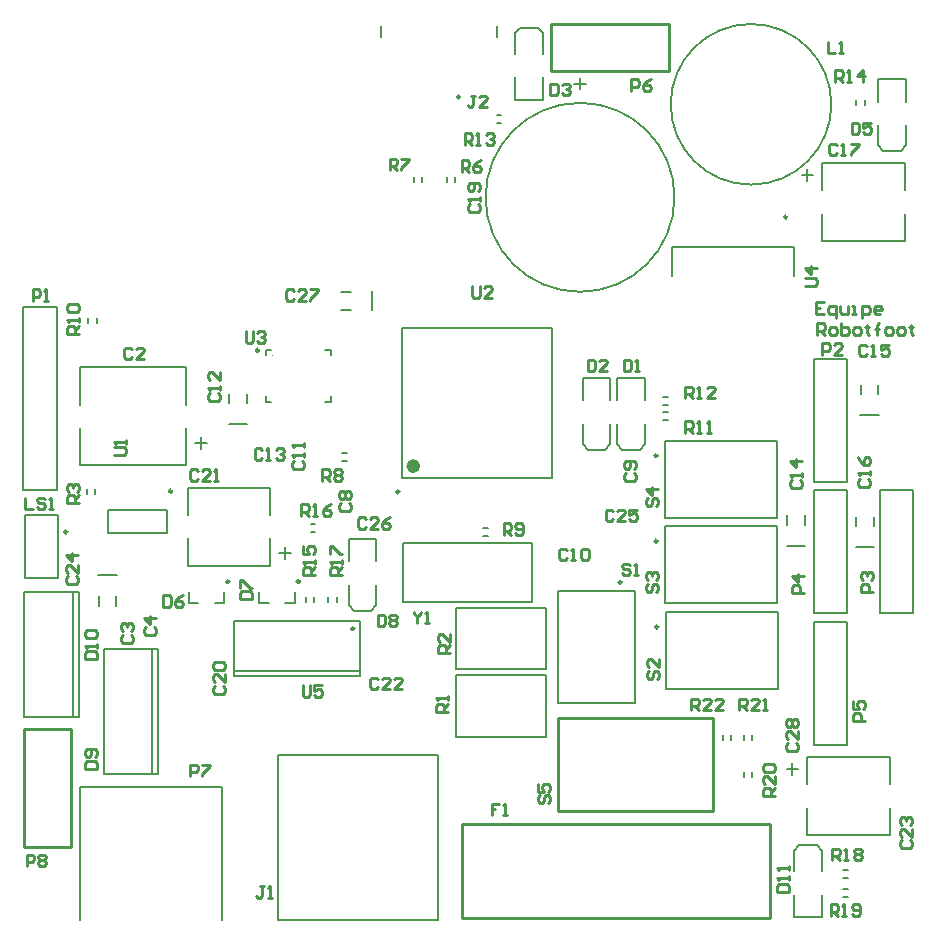
<source format=gto>
%FSLAX25Y25*%
%MOIN*%
G70*
G01*
G75*
G04 Layer_Color=65535*
%ADD10R,0.06693X0.04331*%
%ADD11R,0.04331X0.06693*%
%ADD12R,0.02362X0.04528*%
%ADD13R,0.23622X0.23622*%
%ADD14O,0.00984X0.06102*%
%ADD15O,0.06102X0.00984*%
%ADD16R,0.07087X0.07480*%
%ADD17R,0.00945X0.05315*%
%ADD18R,0.08268X0.06299*%
%ADD19R,0.05512X0.04331*%
%ADD20R,0.04331X0.05512*%
%ADD21R,0.03937X0.11417*%
%ADD22R,0.40945X0.31496*%
%ADD23R,0.03543X0.02756*%
%ADD24R,0.02756X0.03543*%
%ADD25R,0.05906X0.05906*%
%ADD26R,0.14370X0.05709*%
%ADD27R,0.13189X0.05315*%
%ADD28O,0.02756X0.09055*%
%ADD29R,0.00984X0.04429*%
%ADD30R,0.04429X0.00984*%
%ADD31C,0.00800*%
%ADD32C,0.03000*%
%ADD33C,0.05000*%
%ADD34C,0.13000*%
%ADD35C,0.01000*%
%ADD36C,0.10000*%
%ADD37C,0.06000*%
%ADD38C,0.02500*%
%ADD39C,0.02000*%
%ADD40C,0.00700*%
%ADD41C,0.04000*%
%ADD42R,0.03000X0.35500*%
%ADD43R,0.48500X0.03000*%
%ADD44C,0.05906*%
%ADD45C,0.12600*%
%ADD46C,0.05118*%
%ADD47R,0.06299X0.06299*%
%ADD48C,0.06299*%
%ADD49C,0.10600*%
%ADD50R,0.10600X0.10600*%
%ADD51R,0.08600X0.08600*%
%ADD52C,0.08600*%
%ADD53C,0.07200*%
%ADD54R,0.10600X0.10600*%
%ADD55R,0.03976X0.03976*%
%ADD56C,0.03976*%
%ADD57C,0.05500*%
%ADD58R,0.05500X0.05500*%
%ADD59R,0.05500X0.05500*%
%ADD60C,0.05118*%
%ADD61R,0.05118X0.05118*%
%ADD62C,0.06693*%
%ADD63R,0.06693X0.06693*%
%ADD64C,0.05000*%
%ADD65C,0.12992*%
%ADD66R,0.03000X0.05000*%
%ADD67R,0.10512X0.10000*%
%ADD68C,0.00984*%
%ADD69C,0.02362*%
%ADD70C,0.00787*%
%ADD71C,0.00394*%
%ADD72C,0.00591*%
D35*
X3000Y18500D02*
Y22436D01*
X4968D01*
X5624Y21780D01*
Y20468D01*
X4968Y19812D01*
X3000D01*
X6936D02*
X7592Y20468D01*
X6936Y21124D01*
Y21780D01*
X7592Y22436D01*
X8904D01*
X9560Y21780D01*
Y21124D01*
X8904Y20468D01*
X9560Y19812D01*
Y19156D01*
X8904Y18500D01*
X7592D01*
X6936Y19156D01*
Y19812D01*
X7592Y20468D02*
X8904D01*
X2126Y24815D02*
X17874D01*
Y64185D01*
X2126D01*
Y24815D01*
X26500Y51000D02*
Y52968D01*
X25844Y53624D01*
X23220D01*
X22564Y52968D01*
Y51000D01*
X26500D01*
X25844Y54936D02*
X26500Y55592D01*
Y56904D01*
X25844Y57560D01*
X23220D01*
X22564Y56904D01*
Y55592D01*
X23220Y54936D01*
X23876D01*
X24532Y55592D01*
Y57560D01*
X57500Y52436D02*
X59468D01*
X60124Y51780D01*
Y50468D01*
X59468Y49812D01*
X57500D01*
Y48500D02*
Y52436D01*
X61436D02*
X64060D01*
Y51780D01*
X61436Y49156D01*
Y48500D01*
X95000Y75656D02*
X95656Y75000D01*
X96968D01*
X97624Y75656D01*
Y78936D01*
X98936D02*
Y76968D01*
X100248Y77624D01*
X100904D01*
X101560Y76968D01*
Y75656D01*
X100904Y75000D01*
X99592D01*
X98936Y75656D01*
Y78936D02*
X101560D01*
X117500Y78156D02*
X118156Y77500D01*
X119468D01*
X120124Y78156D01*
X121436Y77500D02*
X124060Y80124D01*
Y80780D01*
X123404Y81436D01*
X122092D01*
X121436Y80780D01*
X120124D02*
X119468Y81436D01*
X118156D01*
X117500Y80780D01*
Y78156D01*
X121436Y77500D02*
X124060D01*
X125372D02*
X127995Y80124D01*
Y80780D01*
X127339Y81436D01*
X126027D01*
X125372Y80780D01*
Y77500D02*
X127995D01*
X139564Y74592D02*
X140220Y73936D01*
Y72624D02*
X141532D01*
X142188Y71968D01*
Y70000D01*
X143500D02*
X139564D01*
Y71968D01*
X140220Y72624D01*
X139564Y74592D02*
X143500D01*
Y75248D01*
Y73936D01*
Y72624D02*
X142188Y71312D01*
X142688Y89500D02*
Y91468D01*
X142032Y92124D01*
X140720D01*
X140064Y91468D01*
Y89500D01*
X144000D01*
X142688Y90812D02*
X144000Y92124D01*
Y93436D02*
X141376Y96060D01*
X140720D01*
X140064Y95404D01*
Y94092D01*
X140720Y93436D01*
X144000D02*
Y96060D01*
X137248Y99500D02*
X136592D01*
Y103436D01*
X135936Y102780D01*
X134624D02*
Y103436D01*
Y102780D02*
X133312Y101468D01*
Y99500D01*
Y101468D02*
X132000Y102780D01*
Y103436D01*
X125904Y102436D02*
X126560Y101780D01*
Y101124D01*
X125904Y100468D01*
X126560Y99812D01*
Y99156D01*
X125904Y98500D01*
X124592D01*
X123936Y99156D01*
Y99812D01*
X124592Y100468D01*
X123936Y101124D01*
Y101780D01*
X124592Y102436D01*
X125904D01*
Y100468D02*
X124592D01*
X122624Y99156D02*
Y101780D01*
X121968Y102436D01*
X120000D01*
Y98500D01*
X121968D01*
X122624Y99156D01*
X135936Y99500D02*
X137248D01*
X162000Y129000D02*
Y132936D01*
X163968D01*
X164624Y132280D01*
Y130968D01*
X163968Y130312D01*
X162000D01*
X163312D02*
X164624Y129000D01*
X166592D02*
X167904D01*
X168560Y129656D01*
Y132280D01*
X167904Y132936D01*
X166592D01*
X165936Y132280D01*
Y131624D01*
X166592Y130968D01*
X168560D01*
X165936Y129656D02*
X166592Y129000D01*
X181156Y124436D02*
X180500Y123780D01*
Y121156D01*
X181156Y120500D01*
X182468D01*
X183124Y121156D01*
Y123780D02*
X182468Y124436D01*
X181156D01*
X185092D02*
X184436Y123780D01*
X185092Y124436D02*
Y120500D01*
X185748D01*
X184436D01*
X188372D02*
X187715Y121156D01*
Y123780D01*
X188372Y124436D01*
X189683D01*
X190339Y123780D01*
Y121156D01*
X189683Y120500D01*
X188372D01*
X201500Y116156D02*
X202156Y115500D01*
X203468D01*
X204124Y116156D01*
Y116812D01*
X203468Y117468D01*
X202156D01*
X201500Y118124D01*
Y118780D01*
X202156Y119436D01*
X203468D01*
X204124Y118780D01*
X205436D02*
X206092Y119436D01*
Y115500D01*
X206748D01*
X205436D01*
X209564Y115904D02*
X210220Y116560D01*
X210876D01*
X211532Y115904D01*
Y115248D01*
Y115904D01*
X212188Y116560D01*
X212844D01*
X213500Y115904D01*
Y114592D01*
X212844Y113936D01*
Y112624D02*
X213500Y111968D01*
Y110656D01*
X212844Y110000D01*
X210876D02*
X211532Y110656D01*
Y111968D01*
X212188Y112624D01*
X212844D01*
X210220D02*
X209564Y111968D01*
Y110656D01*
X210220Y110000D01*
X210876D01*
X210220Y113936D02*
X209564Y114592D01*
Y115904D01*
X209785Y86868D02*
Y85556D01*
X210441Y84900D01*
Y83588D02*
X209785Y82932D01*
Y81621D01*
X210441Y80965D01*
X211097D01*
X211753Y81621D01*
Y82932D01*
X212409Y83588D01*
X213065D01*
X213720Y82932D01*
Y81621D01*
X213065Y80965D01*
X213720Y84900D02*
X211097Y87524D01*
X210441D01*
X209785Y86868D01*
X213720Y87524D02*
Y84900D01*
X224500Y74436D02*
X226468D01*
X227124Y73780D01*
Y72468D01*
X226468Y71812D01*
X224500D01*
Y70500D02*
Y74436D01*
X225812Y71812D02*
X227124Y70500D01*
X228436D02*
X231060Y73124D01*
Y73780D01*
X230404Y74436D01*
X229092D01*
X228436Y73780D01*
Y70500D02*
X231060D01*
X232371D02*
X234995Y73124D01*
Y73780D01*
X234339Y74436D01*
X233027D01*
X232371Y73780D01*
Y70500D02*
X234995D01*
X240500D02*
Y74436D01*
X242468D01*
X243124Y73780D01*
Y72468D01*
X242468Y71812D01*
X240500D01*
X241812D02*
X243124Y70500D01*
X244436D02*
X247060Y73124D01*
Y73780D01*
X246404Y74436D01*
X245092D01*
X244436Y73780D01*
Y70500D02*
X247060D01*
X248372D02*
X249683D01*
X249027D01*
Y74436D01*
X248372Y73780D01*
X256064Y66839D02*
X256720Y67495D01*
X257376D01*
X258032Y66839D01*
X258688Y67495D01*
X259344D01*
X260000Y66839D01*
Y65527D01*
X259344Y64872D01*
X258688D01*
X258032Y65527D01*
X257376Y64872D01*
X256720D01*
X256064Y65527D01*
Y66839D01*
Y62904D02*
Y61592D01*
X256720Y60936D01*
Y59624D02*
X256064Y58968D01*
Y57656D01*
X256720Y57000D01*
X259344D01*
X260000Y57656D01*
Y58968D01*
X259344Y59624D01*
X260000Y60936D02*
X257376Y63560D01*
X256720D01*
X256064Y62904D01*
X252500Y51839D02*
Y50527D01*
X251844Y49872D01*
X249220D01*
X248564Y50527D01*
Y51839D01*
X249220Y52495D01*
X251844D01*
X252500Y51839D01*
Y48560D02*
Y45936D01*
X249876Y48560D01*
X249220D01*
X248564Y47904D01*
Y46592D01*
X249220Y45936D01*
Y44624D02*
X250532D01*
X251188Y43968D01*
Y42000D01*
X252500D02*
X248564D01*
Y43968D01*
X249220Y44624D01*
X252500D02*
X251188Y43312D01*
X250681Y32748D02*
X148319D01*
Y1252D01*
X250681D01*
Y32748D01*
X253064Y17872D02*
X253720Y17215D01*
X253064Y17872D02*
X257000D01*
Y18527D01*
Y17215D01*
Y15248D02*
Y14592D01*
X253064D01*
X253720Y13936D01*
Y12624D02*
X253064Y11968D01*
Y10000D01*
X257000D01*
Y11968D01*
X256344Y12624D01*
X253720D01*
X257000Y13936D02*
Y15248D01*
X271000Y5936D02*
X272968D01*
X273624Y5280D01*
Y3968D01*
X272968Y3312D01*
X271000D01*
Y2000D02*
Y5936D01*
X272312Y3312D02*
X273624Y2000D01*
X274936D02*
X276248D01*
X275592D01*
Y5936D01*
X274936Y5280D01*
X278216D02*
Y4624D01*
X278871Y3968D01*
X280839D01*
Y2656D02*
Y5280D01*
X280183Y5936D01*
X278871D01*
X278216Y5280D01*
Y2656D02*
X278871Y2000D01*
X280183D01*
X280839Y2656D01*
X294720Y24500D02*
X297344D01*
X298000Y25156D01*
Y26468D01*
X297344Y27124D01*
X298000Y28436D02*
X295376Y31060D01*
X294720D01*
X294064Y30404D01*
Y29092D01*
X294720Y28436D01*
Y27124D02*
X294064Y26468D01*
Y25156D01*
X294720Y24500D01*
X298000Y28436D02*
Y31060D01*
Y33027D02*
X297344Y32372D01*
X298000Y33027D02*
Y34339D01*
X297344Y34995D01*
X296688D01*
X296032Y34339D01*
Y33683D01*
Y34339D01*
X295376Y34995D01*
X294720D01*
X294064Y34339D01*
Y33027D01*
X294720Y32372D01*
X282500Y67000D02*
X278564D01*
Y68968D01*
X279220Y69624D01*
X280532D01*
X281188Y68968D01*
Y67000D01*
X282500Y71592D02*
X281844Y70936D01*
X280532D02*
X279876Y72248D01*
Y72904D01*
X280532Y73560D01*
X281844D01*
X282500Y72904D01*
Y71592D01*
X280532Y70936D02*
X278564D01*
Y73560D01*
X258032Y66839D02*
Y65527D01*
X260000Y63560D02*
Y60936D01*
X271500Y24436D02*
X273468D01*
X274124Y23780D01*
Y22468D01*
X273468Y21812D01*
X271500D01*
Y20500D02*
Y24436D01*
X272812Y21812D02*
X274124Y20500D01*
X275436D02*
X276748D01*
X276092D01*
Y24436D01*
X275436Y23780D01*
X278715D02*
X279372Y24436D01*
X280683D01*
X281339Y23780D01*
Y23124D01*
X280683Y22468D01*
X281339Y21812D01*
Y21156D01*
X280683Y20500D01*
X279372D01*
X278715Y21156D01*
Y21812D01*
X279372Y22468D01*
X278715Y23124D01*
Y23780D01*
X279372Y22468D02*
X280683D01*
X231984Y68051D02*
X180016D01*
Y36949D01*
X231984D01*
Y68051D01*
X258064Y109500D02*
Y111468D01*
X258720Y112124D01*
X260032D01*
X260688Y111468D01*
Y109500D01*
X262000D02*
X258064D01*
Y115404D02*
X260032Y113436D01*
Y116060D01*
X262000Y115404D02*
X258064D01*
X281064Y115904D02*
X281720Y116560D01*
X282376D01*
X283032Y115904D01*
Y115248D01*
Y115904D01*
X283688Y116560D01*
X284344D01*
X285000Y115904D01*
Y114592D01*
X284344Y113936D01*
X283688Y111968D02*
Y110000D01*
X285000D02*
X281064D01*
Y111968D01*
X281720Y112624D01*
X283032D01*
X283688Y111968D01*
X281720Y113936D02*
X281064Y114592D01*
Y115904D01*
X283344Y145000D02*
X284000Y145656D01*
Y146968D01*
X283344Y147624D01*
X284000Y148936D02*
Y150248D01*
Y149592D01*
X280064D01*
X280720Y148936D01*
Y147624D02*
X280064Y146968D01*
Y145656D01*
X280720Y145000D01*
X283344D01*
Y152216D02*
X284000Y152872D01*
Y154183D01*
X283344Y154839D01*
X282688D01*
X282032Y154183D01*
Y152216D01*
X283344D01*
X280064Y154839D02*
X280720Y153527D01*
X282032Y152216D01*
X259532Y154339D02*
Y151716D01*
X257564Y153683D01*
X261500D01*
Y149748D02*
Y149092D01*
X257564D01*
X258220Y148436D01*
Y147124D02*
X257564Y146468D01*
Y145156D01*
X258220Y144500D01*
X260844D01*
X261500Y145156D01*
Y146468D01*
X260844Y147124D01*
X261500Y148436D02*
Y149748D01*
X282468Y188500D02*
X283124Y189156D01*
X282468Y188500D02*
X281156D01*
X280500Y189156D01*
Y191780D01*
X281156Y192436D01*
X282468D01*
X283124Y191780D01*
X284436D02*
X285092Y192436D01*
Y188500D01*
X285748D01*
X284436D01*
X288371D02*
X287716Y189156D01*
Y190468D02*
X289027Y191124D01*
X289683D01*
X290339Y190468D01*
Y189156D01*
X289683Y188500D01*
X288371D01*
X287716Y190468D02*
Y192436D01*
X290339D01*
X289825Y195500D02*
X291157D01*
X291824Y196167D01*
Y197499D01*
X291157Y198166D01*
X289825D01*
X289158Y197499D01*
Y196167D01*
X289825Y195500D01*
X286492D02*
Y198832D01*
Y197499D01*
X285826D01*
X287159D01*
X286492D01*
Y198832D01*
X287159Y199499D01*
X287327Y202500D02*
X285994D01*
X285327Y203167D01*
Y204499D01*
X285994Y205166D01*
X287327D01*
X287993Y204499D01*
Y203833D01*
X285327D01*
X283994Y204499D02*
Y203167D01*
X283328Y202500D01*
X281328D01*
Y201167D02*
Y205166D01*
X283328D01*
X283994Y204499D01*
X283160Y198832D02*
Y198166D01*
X282494D01*
X283826D01*
X283160D01*
Y196167D01*
X283826Y195500D01*
X293823D02*
X295156D01*
X295823Y196167D01*
Y197499D01*
X295156Y198166D01*
X293823D01*
X293157Y197499D01*
Y196167D01*
X293823Y195500D01*
X297822Y196167D02*
X298488Y195500D01*
X297822Y196167D02*
Y198166D01*
X297155D01*
X298488D01*
X297822D01*
Y198832D01*
X278663Y205166D02*
X277996D01*
X278663D02*
Y202500D01*
X279329D01*
X277996D01*
X276663D02*
Y205166D01*
X273997D02*
Y203167D01*
X274664Y202500D01*
X276663D01*
X272664D02*
X270665D01*
X269999Y203167D01*
Y204499D01*
X270665Y205166D01*
X272664D01*
Y201167D01*
X272497Y198166D02*
X271164D01*
X270497Y197499D01*
Y196167D01*
X271164Y195500D01*
X272497D01*
X273163Y196167D01*
Y197499D01*
X272497Y198166D01*
X274496D02*
X276496D01*
X277162Y197499D01*
Y196833D01*
Y196167D01*
X276496Y195500D01*
X274496D01*
Y199499D01*
X279161Y198166D02*
X278495Y197499D01*
Y196167D01*
X279161Y195500D01*
X280494D01*
X281161Y196167D01*
Y197499D01*
X280494Y198166D01*
X279161D01*
X274004Y192836D02*
X272692D01*
X272036Y192180D01*
X270724D02*
Y190868D01*
X270068Y190212D01*
X268100D01*
Y188900D02*
Y192836D01*
X270068D01*
X270724Y192180D01*
X274660D02*
X274004Y192836D01*
X274660Y192180D02*
Y191524D01*
X272036Y188900D01*
X274660D01*
X269164Y195500D02*
X267832Y196833D01*
X268498D02*
X266499D01*
Y195500D02*
Y199499D01*
X268498D01*
X269164Y198832D01*
Y197499D01*
X268498Y196833D01*
X268666Y202500D02*
X266000D01*
Y206499D01*
X268666D01*
X267333Y204499D02*
X266000D01*
X265844Y212000D02*
X266500Y212656D01*
Y213968D01*
X265844Y214624D01*
X262564D01*
Y212000D02*
X265844D01*
X264532Y215936D02*
Y218560D01*
X266500Y217904D02*
X262564D01*
X264532Y215936D01*
X282592Y262500D02*
X281936Y263156D01*
Y264468D02*
X283248Y265124D01*
X283904D01*
X284560Y264468D01*
Y263156D01*
X283904Y262500D01*
X282592D01*
X284560Y266436D02*
X281936D01*
Y264468D01*
X280624Y263156D02*
Y265780D01*
X279968Y266436D01*
X278000D01*
Y262500D01*
X279968D01*
X280624Y263156D01*
X280339Y259436D02*
Y258780D01*
X277715Y256156D01*
Y255500D01*
X275748D02*
X275092D01*
Y259436D01*
X274436Y258780D01*
X273124D02*
X272468Y259436D01*
X271156D01*
X270500Y258780D01*
Y256156D01*
X271156Y255500D01*
X272468D01*
X273124Y256156D01*
X274436Y255500D02*
X275748D01*
X277715Y259436D02*
X280339D01*
X282339Y281968D02*
X279715D01*
X281683Y283936D01*
Y280000D01*
X277748D02*
X277092D01*
Y283936D01*
X276436Y283280D01*
X275124D02*
Y281968D01*
X274468Y281312D01*
X272500D01*
Y280000D02*
Y283936D01*
X274468D01*
X275124Y283280D01*
X273812Y281312D02*
X275124Y280000D01*
X276436D02*
X277748D01*
X275248Y289500D02*
X274592D01*
Y293436D01*
X273936Y292780D01*
X270000Y293436D02*
Y289500D01*
X272624D01*
X273936D02*
X275248D01*
X217185Y299374D02*
Y283626D01*
X177815D01*
Y299374D01*
X217185D01*
X211060Y280936D02*
X209748Y280280D01*
X208436Y278968D01*
Y277656D01*
X209092Y277000D01*
X210404D01*
X211060Y277656D01*
Y278312D01*
X210404Y278968D01*
X208436D01*
X207124D02*
X206468Y278312D01*
X204500D01*
Y280936D02*
X206468D01*
X207124Y280280D01*
Y278968D01*
X204500Y280936D02*
Y277000D01*
X184060Y278124D02*
X183404Y277468D01*
X182748D01*
X183404D01*
X184060Y276812D01*
Y276156D01*
X183404Y275500D01*
X182092D01*
X181436Y276156D01*
X180124D02*
Y278780D01*
X179468Y279436D01*
X177500D01*
Y275500D01*
X179468D01*
X180124Y276156D01*
X184060Y278124D02*
Y278780D01*
X183404Y279436D01*
X182092D01*
X181436Y278780D01*
X158839Y262280D02*
Y261624D01*
X158183Y260968D01*
X157527D01*
X158183D01*
X158839Y260312D01*
Y259656D01*
X158183Y259000D01*
X156871D01*
X156216Y259656D01*
Y262280D02*
X156871Y262936D01*
X158183D01*
X158839Y262280D01*
X156560Y271500D02*
X153936D01*
X156560Y274124D01*
Y274780D01*
X155904Y275436D01*
X154592D01*
X153936Y274780D01*
X152624Y275436D02*
X151312D01*
X151968D01*
Y272156D01*
X151312Y271500D01*
X150656D01*
X150000Y272156D01*
X150968Y262936D02*
X151624Y262280D01*
Y260968D01*
X150968Y260312D01*
X149000D01*
Y259000D02*
Y262936D01*
X150968D01*
X153592D02*
X152936Y262280D01*
X153592Y262936D02*
Y259000D01*
X154248D01*
X152936D01*
X151624D02*
X150312Y260312D01*
X149968Y253936D02*
X150624Y253280D01*
Y251968D01*
X149968Y251312D01*
X148000D01*
Y250000D02*
Y253936D01*
X149968D01*
X153248Y253280D02*
X151936Y251968D01*
Y250656D01*
X152592Y250000D01*
X153904D01*
X154560Y250656D01*
Y251312D01*
X153904Y251968D01*
X151936D01*
X149312Y251312D02*
X150624Y250000D01*
X150720Y246339D02*
X150064Y245683D01*
Y244372D01*
X150720Y243716D01*
X151376D01*
X152032Y244372D01*
Y246339D01*
X153344D02*
X150720D01*
X153344D02*
X154000Y245683D01*
Y244372D01*
X153344Y243716D01*
X154000Y241748D02*
Y241092D01*
X150064D01*
X150720Y240436D01*
Y239124D02*
X150064Y238468D01*
Y237156D01*
X150720Y236500D01*
X153344D01*
X154000Y237156D01*
Y238468D01*
X153344Y239124D01*
X154000Y240436D02*
Y241748D01*
X153248Y253280D02*
X154560Y253936D01*
X130560Y253780D02*
X127936Y251156D01*
Y250500D01*
X126624D02*
X125312Y251812D01*
X125968D02*
X124000D01*
Y250500D02*
Y254436D01*
X125968D01*
X126624Y253780D01*
Y252468D01*
X125968Y251812D01*
X127936Y254436D02*
X130560D01*
Y253780D01*
X95404Y210936D02*
X94092D01*
X93436Y210280D01*
X92124D02*
X91468Y210936D01*
X90156D01*
X89500Y210280D01*
Y207656D01*
X90156Y207000D01*
X91468D01*
X92124Y207656D01*
X93436Y207000D02*
X96060Y209624D01*
Y210280D01*
X95404Y210936D01*
X96060Y207000D02*
X93436D01*
X97372D02*
Y207656D01*
X99995Y210280D01*
Y210936D01*
X97372D01*
X81904Y196936D02*
X82560Y196280D01*
Y195624D01*
X81904Y194968D01*
X81248D01*
X81904D01*
X82560Y194312D01*
Y193656D01*
X81904Y193000D01*
X80592D01*
X79936Y193656D01*
X78624D02*
Y196936D01*
X79936Y196280D02*
X80592Y196936D01*
X81904D01*
X76000D02*
Y193656D01*
X76656Y193000D01*
X77968D01*
X78624Y193656D01*
X67500Y183339D02*
Y180716D01*
X64876Y183339D01*
X64220D01*
X63564Y182683D01*
Y181371D01*
X64220Y180716D01*
X63564Y178092D02*
X64220Y177436D01*
Y176124D02*
X63564Y175468D01*
Y174156D01*
X64220Y173500D01*
X66844D01*
X67500Y174156D01*
Y175468D01*
X66844Y176124D01*
X67500Y177436D02*
Y178748D01*
Y178092D01*
X63564D01*
X79656Y157936D02*
X79000Y157280D01*
Y154656D01*
X79656Y154000D01*
X80968D01*
X81624Y154656D01*
Y157280D02*
X80968Y157936D01*
X79656D01*
X83592D02*
X82936Y157280D01*
X83592Y157936D02*
Y154000D01*
X84248D01*
X82936D01*
X94500Y139168D02*
X96468D01*
X97124Y138512D01*
Y137200D01*
X96468Y136544D01*
X94500D01*
Y135232D02*
Y139168D01*
X95812Y136544D02*
X97124Y135232D01*
X97032Y125339D02*
X98344D01*
X99000Y124683D01*
Y123372D01*
X98344Y122715D01*
X99000Y120748D02*
Y120092D01*
X95064D01*
X95720Y119436D01*
Y118124D02*
X97032D01*
X97688Y117468D01*
Y115500D01*
X99000D02*
X95064D01*
Y117468D01*
X95720Y118124D01*
X95064Y122715D02*
X97032D01*
X96376Y124027D01*
Y124683D01*
X97032Y125339D01*
X95064D02*
Y122715D01*
X97688Y116812D02*
X99000Y118124D01*
Y119436D02*
Y120748D01*
X104064Y120092D02*
X104720Y119436D01*
Y118124D02*
X106032D01*
X106688Y117468D01*
Y115500D01*
X108000D02*
X104064D01*
Y117468D01*
X104720Y118124D01*
X104064Y120092D02*
X108000D01*
Y120748D01*
Y119436D01*
Y118124D02*
X106688Y116812D01*
X107344Y122715D02*
X108000D01*
X107344D02*
X104720Y125339D01*
X104064D01*
Y122715D01*
X113500Y131656D02*
X114156Y131000D01*
X115468D01*
X116124Y131656D01*
X117436Y131000D02*
X120060Y133624D01*
Y134280D01*
X119404Y134936D01*
X118092D01*
X117436Y134280D01*
X116124D02*
X115468Y134936D01*
X114156D01*
X113500Y134280D01*
Y131656D01*
X117436Y131000D02*
X120060D01*
X121371Y131656D02*
X122027Y131000D01*
X123339D01*
X123995Y131656D01*
Y132312D01*
X123339Y132968D01*
X121371D01*
Y131656D01*
Y132968D02*
X122683Y134280D01*
X123995Y134936D01*
X111000Y142904D02*
Y141592D01*
X110344Y140936D01*
X109688D01*
X109032Y141592D01*
X108376Y140936D01*
X107720D01*
X107064Y141592D01*
Y142904D01*
X107720Y143560D01*
X108376D01*
X109032Y142904D01*
X109688Y143560D01*
X110344D01*
X111000Y142904D01*
Y138968D02*
X110344Y139624D01*
X111000Y138968D02*
Y137656D01*
X110344Y137000D01*
X107720D01*
X107064Y137656D01*
Y138968D01*
X107720Y139624D01*
X109032Y141592D02*
Y142904D01*
X107404Y147000D02*
X106092D01*
X105436Y147656D01*
Y148312D01*
X106092Y148968D01*
X105436Y149624D01*
Y150280D01*
X106092Y150936D01*
X107404D01*
X108060Y150280D01*
Y149624D01*
X107404Y148968D01*
X108060Y148312D01*
Y147656D01*
X107404Y147000D01*
Y148968D02*
X106092D01*
X104124D02*
X103468Y148312D01*
X101500D01*
Y147000D02*
Y150936D01*
X103468D01*
X104124Y150280D01*
Y148968D01*
X102812Y148312D02*
X104124Y147000D01*
X104339Y139168D02*
X103027Y138512D01*
X101716Y137200D01*
Y135888D01*
X102372Y135232D01*
X103683D01*
X104339Y135888D01*
Y136544D01*
X103683Y137200D01*
X101716D01*
X99748Y135232D02*
X99092D01*
Y139168D01*
X98436Y138512D01*
Y135232D02*
X99748D01*
X94891Y151000D02*
X95547Y151656D01*
Y152968D01*
X94891Y153624D01*
X92268D02*
X91611Y152968D01*
Y151656D01*
X92268Y151000D01*
X94891D01*
X88183Y154000D02*
X86871D01*
X86216Y154656D01*
Y157280D02*
X86871Y157936D01*
X88183D01*
X88839Y157280D01*
Y156624D01*
X88183Y155968D01*
X87527D01*
X88183D01*
X88839Y155312D01*
Y154656D01*
X88183Y154000D01*
X91611Y155592D02*
X92268Y154936D01*
X91611Y155592D02*
X95547D01*
Y156248D01*
Y154936D01*
Y158215D02*
Y159527D01*
Y158871D01*
X91611D01*
X92268Y158215D01*
X66027Y150936D02*
X65372Y150280D01*
X64060D02*
X63404Y150936D01*
X62092D01*
X61436Y150280D01*
X64060D02*
Y149624D01*
X61436Y147000D01*
X64060D01*
X65372D02*
X66683D01*
X66027D01*
Y150936D01*
X59468D02*
X58156D01*
X57500Y150280D01*
Y147656D01*
X58156Y147000D01*
X59468D01*
X60124Y147656D01*
Y150280D02*
X59468Y150936D01*
X36000Y156156D02*
Y157468D01*
X35344Y158124D01*
X32064D01*
Y160092D02*
X32720Y159436D01*
X32064Y160092D02*
X36000D01*
Y160748D01*
Y159436D01*
Y156156D02*
X35344Y155500D01*
X32064D01*
X20500Y145404D02*
Y144092D01*
X19844Y143436D01*
X20500Y142124D02*
X19188Y140812D01*
Y141468D02*
Y139500D01*
X20500D02*
X16564D01*
Y141468D01*
X17220Y142124D01*
X18532D01*
X19188Y141468D01*
X11027Y141436D02*
X10372Y140780D01*
X9060D02*
X8404Y141436D01*
X7092D01*
X6436Y140780D01*
Y140124D01*
X7092Y139468D01*
X8404D01*
X9060Y138812D01*
Y138156D01*
X8404Y137500D01*
X7092D01*
X6436Y138156D01*
X5124Y137500D02*
X2500D01*
Y141436D01*
X10372Y137500D02*
X11683D01*
X11027D01*
Y141436D01*
X16064Y122339D02*
X18032Y120371D01*
Y122995D01*
X20000Y122339D02*
X16064D01*
Y118404D02*
Y117092D01*
X16720Y116436D01*
Y115124D02*
X16064Y114468D01*
Y113156D01*
X16720Y112500D01*
X19344D01*
X20000Y113156D01*
Y114468D01*
X19344Y115124D01*
X20000Y116436D02*
X17376Y119060D01*
X16720D01*
X16064Y118404D01*
X20000Y119060D02*
Y116436D01*
X22564Y96683D02*
X23220Y97339D01*
X25844D01*
X26500Y96683D01*
Y95372D01*
X25844Y94715D01*
X23220D01*
X22564Y95372D01*
Y96683D01*
Y92092D02*
X23220Y91436D01*
Y90124D02*
X22564Y89468D01*
Y87500D01*
X26500D01*
Y89468D01*
X25844Y90124D01*
X23220D01*
X22564Y92092D02*
X26500D01*
Y92748D01*
Y91436D01*
X37844Y93000D02*
X38500Y93656D01*
Y94968D01*
X37844Y95624D01*
Y96936D02*
X38500Y97592D01*
Y98904D01*
X37844Y99560D01*
X37188D01*
X36532Y98904D01*
Y98248D01*
Y98904D01*
X35876Y99560D01*
X35220D01*
X34564Y98904D01*
Y97592D01*
X35220Y96936D01*
Y95624D02*
X34564Y94968D01*
Y93656D01*
X35220Y93000D01*
X37844D01*
X42064Y96156D02*
X42720Y95500D01*
X45344D01*
X46000Y96156D01*
Y97468D01*
X45344Y98124D01*
X42720D02*
X42064Y97468D01*
Y96156D01*
Y101404D02*
X44032Y99436D01*
Y102060D01*
X46000Y101404D02*
X42064D01*
X48500Y105000D02*
X50468D01*
X51124Y105656D01*
Y108280D01*
X50468Y108936D01*
X48500D01*
Y105000D01*
X52436Y105656D02*
X53092Y105000D01*
X54404D01*
X55060Y105656D01*
Y106312D01*
X54404Y106968D01*
X52436D01*
Y105656D01*
Y106968D02*
X53748Y108280D01*
X55060Y108936D01*
X65064Y85839D02*
X65720Y86495D01*
X68344D01*
X69000Y85839D01*
Y84527D01*
X68344Y83872D01*
X65720D01*
X65064Y84527D01*
Y85839D01*
Y81904D02*
Y80592D01*
X65720Y79936D01*
Y78624D02*
X65064Y77968D01*
Y76656D01*
X65720Y76000D01*
X68344D01*
X69000Y76656D01*
Y77968D01*
X68344Y78624D01*
X69000Y79936D02*
X66376Y82560D01*
X65720D01*
X65064Y81904D01*
X69000Y82560D02*
Y79936D01*
X95000Y78936D02*
Y75656D01*
X78000Y107500D02*
Y109468D01*
X77344Y110124D01*
X74720D01*
X74064Y109468D01*
Y107500D01*
X78000D01*
Y111436D02*
X77344D01*
X74720Y114060D01*
X74064D01*
Y111436D01*
X20500Y145404D02*
X19844Y146060D01*
X19188D01*
X18532Y145404D01*
Y144748D01*
Y145404D01*
X17876Y146060D01*
X17220D01*
X16564Y145404D01*
Y144092D01*
X17220Y143436D01*
X36156Y187500D02*
X37468D01*
X38124Y188156D01*
X39436Y187500D02*
X42060Y190124D01*
Y190780D01*
X41404Y191436D01*
X40092D01*
X39436Y190780D01*
X38124D02*
X37468Y191436D01*
X36156D01*
X35500Y190780D01*
Y188156D01*
X36156Y187500D01*
X39436D02*
X42060D01*
X20500Y203871D02*
X19844Y203216D01*
X17220D01*
X16564Y203871D01*
Y205183D01*
X17220Y205839D01*
X19844D01*
X20500Y205183D01*
Y203871D01*
Y201248D02*
Y200592D01*
X16564D01*
X17220Y199936D01*
Y198624D02*
X18532D01*
X19188Y197968D01*
Y196000D01*
X20500D02*
X16564D01*
Y197968D01*
X17220Y198624D01*
X19188Y197312D02*
X20500Y198624D01*
Y199936D02*
Y201248D01*
X10248Y207000D02*
X9592D01*
Y210936D01*
X8936Y210280D01*
X7624D02*
Y208968D01*
X6968Y208312D01*
X5000D01*
Y207000D02*
Y210936D01*
X6968D01*
X7624Y210280D01*
X8936Y207000D02*
X10248D01*
X151500Y208656D02*
X152156Y208000D01*
X153468D01*
X154124Y208656D01*
Y211936D01*
X156092D02*
X155436Y211280D01*
X156092Y211936D02*
X157404D01*
X158060Y211280D01*
Y210624D01*
X155436Y208000D01*
X158060D01*
X151500Y208656D02*
Y211936D01*
X190000Y187436D02*
Y183500D01*
X191968D01*
X192624Y184156D01*
Y186780D01*
X191968Y187436D01*
X190000D01*
X194592D02*
X193936Y186780D01*
X194592Y187436D02*
X195904D01*
X196560Y186780D01*
Y186124D01*
X193936Y183500D01*
X196560D01*
X202000D02*
X203968D01*
X204624Y184156D01*
Y186780D01*
X203968Y187436D01*
X202000D01*
Y183500D01*
X205936D02*
X207248D01*
X206592D01*
Y187436D01*
X205936Y186780D01*
X222500Y164312D02*
X224468D01*
X225124Y164968D01*
Y166280D01*
X224468Y166936D01*
X222500D01*
Y163000D01*
X223812Y164312D02*
X225124Y163000D01*
X226436D02*
X227748D01*
X227092D01*
Y166936D01*
X226436Y166280D01*
X229715D02*
X230371Y166936D01*
Y163000D01*
X231027D01*
X229715D01*
Y174500D02*
X232339Y177124D01*
Y177780D01*
X231683Y178436D01*
X230371D01*
X229715Y177780D01*
X227092Y178436D02*
X226436Y177780D01*
X225124D02*
Y176468D01*
X224468Y175812D01*
X222500D01*
Y174500D02*
Y178436D01*
X224468D01*
X225124Y177780D01*
X227092Y178436D02*
Y174500D01*
X227748D01*
X226436D01*
X225124D02*
X223812Y175812D01*
X229715Y174500D02*
X232339D01*
X213500Y144404D02*
X209564D01*
X211532Y142436D01*
Y145060D01*
Y140468D02*
X212188Y141124D01*
X212844D01*
X213500Y140468D01*
Y139156D01*
X212844Y138500D01*
X210876D02*
X211532Y139156D01*
Y140468D01*
X210220Y141124D02*
X209564Y140468D01*
Y139156D01*
X210220Y138500D01*
X210876D01*
X205344Y147000D02*
X206000Y147656D01*
Y148968D01*
X205344Y149624D01*
Y150936D02*
X206000Y151592D01*
Y152904D01*
X205344Y153560D01*
X202720D01*
X202064Y152904D01*
Y151592D01*
X202720Y150936D01*
X203376D01*
X204032Y151592D01*
Y153560D01*
X202720Y149624D02*
X202064Y148968D01*
Y147656D01*
X202720Y147000D01*
X205344D01*
X206495Y137436D02*
X203871D01*
Y135468D01*
X205183Y136124D01*
X205839D01*
X206495Y135468D01*
Y134156D01*
X205839Y133500D01*
X204527D01*
X203871Y134156D01*
X202560Y133500D02*
X199936D01*
X202560Y136124D01*
Y136780D01*
X201904Y137436D01*
X200592D01*
X199936Y136780D01*
X198624D02*
X197968Y137436D01*
X196656D01*
X196000Y136780D01*
Y134156D01*
X196656Y133500D01*
X197968D01*
X198624Y134156D01*
X177500Y45404D02*
Y44092D01*
X176844Y43436D01*
X175532D02*
X174876Y44748D01*
Y45404D01*
X175532Y46060D01*
X176844D01*
X177500Y45404D01*
X175532Y43436D02*
X173564D01*
Y46060D01*
Y41468D02*
Y40156D01*
X174220Y39500D01*
X174876D01*
X175532Y40156D01*
Y41468D01*
X176188Y42124D01*
X176844D01*
X177500Y41468D01*
Y40156D01*
X176844Y39500D01*
X174220Y42124D02*
X173564Y41468D01*
X162592Y39436D02*
X161936Y38780D01*
X162592Y39436D02*
Y35500D01*
X163248D01*
X161936D01*
X159312Y37468D02*
X158000D01*
X159312D01*
X160624Y39436D02*
X158000D01*
Y37468D01*
Y35500D01*
X84092Y11936D02*
X83436Y11280D01*
X84092Y11936D02*
Y8000D01*
X84748D01*
X83436D01*
X81468Y8656D02*
X80812Y8000D01*
X80156D01*
X79500Y8656D01*
X81468D02*
Y11936D01*
X80812D01*
X82124D01*
D68*
X112256Y97724D02*
G03*
X112256Y97724I-492J0D01*
G01*
X94079Y113429D02*
G03*
X94079Y113429I-492J0D01*
G01*
X70579D02*
G03*
X70579Y113429I-492J0D01*
G01*
X51535Y143539D02*
G03*
X51535Y143539I-492J0D01*
G01*
X80500Y190500D02*
G03*
X80500Y190500I-492J0D01*
G01*
X127213Y143374D02*
G03*
X127213Y143374I-492J0D01*
G01*
X201366Y113154D02*
G03*
X201366Y113154I-492J0D01*
G01*
X213559Y98339D02*
G03*
X213559Y98339I-492J0D01*
G01*
X213339Y126874D02*
G03*
X213339Y126874I-492J0D01*
G01*
Y155374D02*
G03*
X213339Y155374I-492J0D01*
G01*
X256512Y234925D02*
G03*
X256512Y234925I-492J0D01*
G01*
X147492Y275008D02*
G03*
X147492Y275008I-492J0D01*
G01*
X16563Y130000D02*
G03*
X16563Y130000I-492J0D01*
G01*
D69*
X133118Y151937D02*
G03*
X133118Y151937I-1181J0D01*
G01*
D70*
X20878Y591D02*
Y45000D01*
X68122D01*
Y591D01*
X86925Y500D02*
Y55618D01*
X140075D01*
Y500D01*
X86925D01*
X46902Y49134D02*
Y90866D01*
X28791D01*
Y49134D01*
X46902D01*
X44933D02*
Y90866D01*
X72197Y83748D02*
X114323D01*
X114323Y81779D02*
Y100284D01*
X72197D01*
Y81779D01*
X114323D01*
X112000Y103634D02*
X117905D01*
X119480Y105602D01*
Y105602D02*
Y112295D01*
X110425D02*
Y105602D01*
X112000Y103634D01*
X128347Y106658D02*
X171653D01*
Y126342D01*
X128347D01*
Y106658D01*
X146000Y104736D02*
X176000D01*
Y84264D01*
Y84303D02*
X146000D01*
Y84264D02*
Y104736D01*
Y82236D02*
Y61764D01*
X176000D01*
Y82236D01*
Y82197D02*
X146000D01*
X180205Y72799D02*
Y110201D01*
X205795D01*
Y72799D01*
X180205D01*
X216020Y77669D02*
X253421D01*
Y103260D01*
X216020D01*
Y77669D01*
X242122Y49787D02*
Y48213D01*
X244878D02*
Y49787D01*
Y60713D02*
Y62287D01*
X242122D02*
Y60713D01*
X237878Y60713D02*
Y62287D01*
X235122D02*
Y60713D01*
X263221Y38063D02*
Y29008D01*
X290779D01*
Y38063D01*
Y45937D02*
Y54992D01*
X263221D01*
Y45937D01*
X276512Y58988D02*
Y100012D01*
X265488D01*
Y58988D01*
X276512D01*
X266453Y25598D02*
X268028Y23630D01*
Y16937D01*
Y9063D02*
Y1583D01*
X258972D01*
Y9063D01*
Y16937D02*
Y23630D01*
Y23630D02*
X260547Y25598D01*
X266453D01*
X275213Y17378D02*
X276787D01*
Y14622D02*
X275213D01*
X275213Y10878D02*
X276787D01*
Y8122D02*
X275213D01*
X298512Y102988D02*
Y144012D01*
X287488D01*
Y102988D01*
X298512D01*
X285650Y124839D02*
X279350D01*
X285453Y131925D02*
Y135075D01*
X276512Y144012D02*
Y102988D01*
X265488D01*
Y144012D01*
X276512D01*
Y146488D02*
Y187512D01*
X265488D01*
Y146488D01*
X276512D01*
X279547Y135075D02*
Y131925D01*
X262453Y132425D02*
Y135575D01*
X262650Y125339D02*
X256350D01*
X253201Y106205D02*
Y131795D01*
X215799D01*
Y106205D01*
X253201D01*
Y134705D02*
Y160295D01*
X215799D01*
Y134705D01*
X253201D01*
X256547Y135575D02*
Y132425D01*
X287150Y168839D02*
X280850D01*
X281047Y175925D02*
Y179075D01*
X286953Y175925D02*
Y179075D01*
X258972Y215437D02*
Y224886D01*
X218028D01*
Y215437D01*
X199972Y181417D02*
X209028D01*
Y173937D01*
X215213Y174878D02*
X216787D01*
Y172122D02*
X215213D01*
Y169878D02*
X216787D01*
Y167122D02*
X215213D01*
X209028Y166063D02*
Y159370D01*
Y159370D02*
X207453Y157402D01*
X201547D01*
X199972Y159370D01*
Y166063D01*
X197528D02*
Y159370D01*
Y159370D02*
X195953Y157402D01*
X190047D01*
X188472Y159370D01*
Y166063D01*
X197528Y173937D02*
Y181417D01*
X188472D01*
Y173937D01*
X199972D02*
Y181417D01*
X178000Y198000D02*
X128000D01*
Y148000D01*
X178000D01*
Y198000D01*
X218996Y241500D02*
G03*
X218996Y241500I-31496J0D01*
G01*
X175028Y281563D02*
Y274083D01*
X165972D01*
Y281563D01*
Y289437D02*
Y296130D01*
Y296130D02*
X167547Y298098D01*
X173453D01*
X175028Y296130D01*
Y289437D01*
X159988Y295000D02*
Y298622D01*
X159713Y268878D02*
X161287D01*
Y266122D02*
X159713D01*
X145878Y248287D02*
Y246713D01*
X143122D02*
Y248287D01*
X134878D02*
Y246713D01*
X132122D02*
Y248287D01*
X107925Y209953D02*
X111075D01*
Y204047D02*
X107925D01*
X118161Y203850D02*
Y210150D01*
X104327Y190661D02*
X102358D01*
X104327D02*
Y188890D01*
Y175110D02*
Y173339D01*
X102358D01*
X108213Y156378D02*
X109787D01*
Y153622D02*
X108213D01*
X99287Y132610D02*
X97713D01*
Y129854D02*
X99287D01*
X110425Y127650D02*
X119480D01*
Y120169D01*
X110425Y120169D02*
Y127650D01*
X106378Y108287D02*
Y106713D01*
X103622D02*
Y108287D01*
X98878D02*
Y106713D01*
X96122D02*
Y108287D01*
X92405Y109787D02*
Y106244D01*
X89256D01*
X84280Y118740D02*
Y127795D01*
Y118740D02*
X56721D01*
Y127795D01*
X49843Y129563D02*
Y137437D01*
X30158D01*
Y129563D01*
X49843D01*
X57095Y109787D02*
Y106244D01*
X60244D01*
X65756D02*
X68906D01*
Y109787D01*
X80594D02*
Y106244D01*
X83744D01*
X84280Y135669D02*
Y144724D01*
X56721D01*
Y135669D01*
X56020Y152161D02*
Y164563D01*
Y152161D02*
X20980D01*
Y164563D01*
X23122Y144287D02*
Y142713D01*
X13012Y143988D02*
Y205012D01*
X1988D01*
Y143988D01*
X13012D01*
X13512Y135512D02*
Y114488D01*
X2488D01*
Y135512D01*
X13512D01*
X25878Y142713D02*
Y144287D01*
X56020Y172437D02*
Y184839D01*
X20980D01*
Y172437D01*
X23622Y199713D02*
Y201287D01*
X26378D02*
Y199713D01*
X70350Y165839D02*
X76650D01*
X76453Y172925D02*
Y176075D01*
X82673Y175110D02*
Y173339D01*
X84642D01*
Y190661D02*
X82673D01*
Y188890D01*
X70547Y176075D02*
Y172925D01*
X20402Y109866D02*
Y68134D01*
X2291D01*
Y109866D01*
X20402D01*
X18433D02*
Y68134D01*
X27047Y105425D02*
Y108575D01*
X32953D02*
Y105425D01*
X33150Y115661D02*
X26850D01*
X155213Y128622D02*
X156787D01*
Y131378D02*
X155213D01*
X268220Y227008D02*
X295779D01*
Y236063D01*
Y243937D02*
Y252992D01*
X268220D01*
Y243937D01*
Y236063D02*
Y227008D01*
X294453Y256902D02*
X296028Y258870D01*
Y258870D02*
Y265563D01*
Y273437D02*
Y280917D01*
X286972D01*
Y273437D01*
X282378Y273787D02*
Y272213D01*
X286972Y265563D02*
Y258870D01*
X288547Y256902D01*
X294453D01*
X279622Y272213D02*
Y273787D01*
X271272Y272500D02*
G03*
X271272Y272500I-26772J0D01*
G01*
X121012Y295000D02*
Y298622D01*
D71*
X85035Y188693D02*
G03*
X85035Y188693I-197J0D01*
G01*
D72*
X87232Y122875D02*
X91168D01*
X89200Y120907D02*
Y124843D01*
X63105Y159642D02*
X59169D01*
X61137Y157675D02*
Y161610D01*
X187449Y277453D02*
Y281388D01*
X185481Y279421D02*
X189417D01*
X261332Y248858D02*
X265268D01*
X263300Y250826D02*
Y246890D01*
X256332Y50858D02*
X260268D01*
X258300Y52825D02*
Y48890D01*
M02*

</source>
